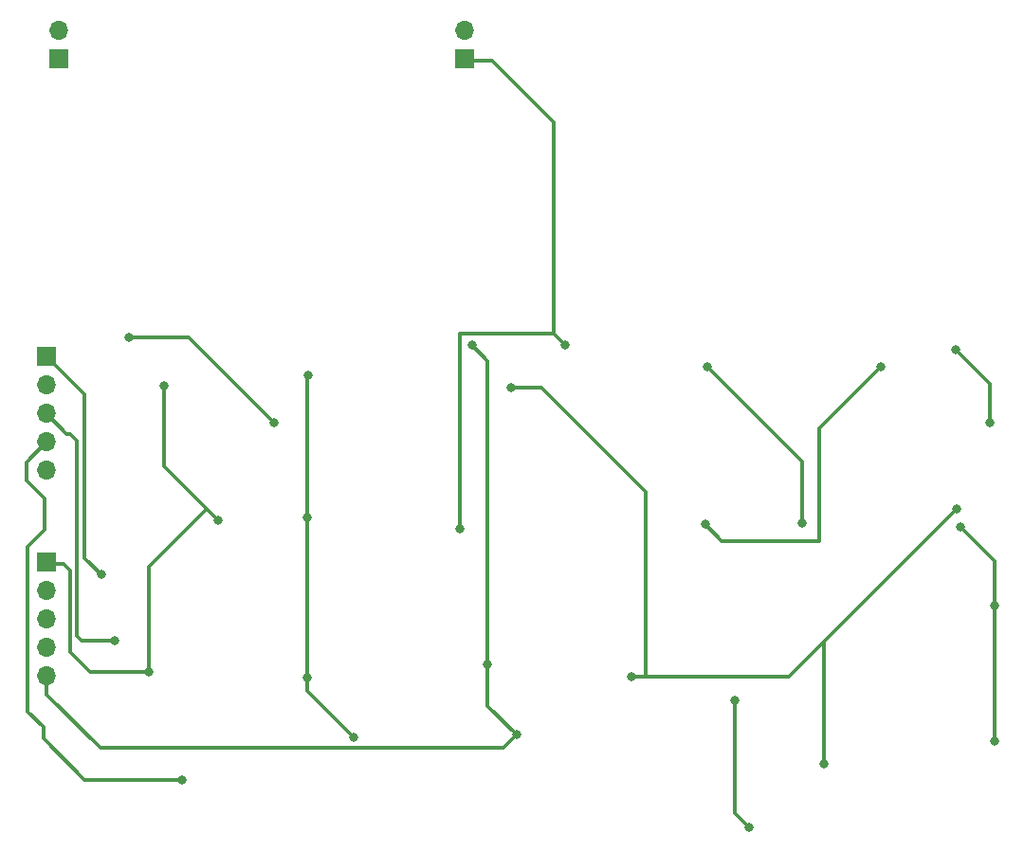
<source format=gbl>
G04 #@! TF.GenerationSoftware,KiCad,Pcbnew,(6.0.1)*
G04 #@! TF.CreationDate,2022-12-12T17:51:50+08:00*
G04 #@! TF.ProjectId,CRVisionController,43525669-7369-46f6-9e43-6f6e74726f6c,rev?*
G04 #@! TF.SameCoordinates,Original*
G04 #@! TF.FileFunction,Copper,L2,Bot*
G04 #@! TF.FilePolarity,Positive*
%FSLAX46Y46*%
G04 Gerber Fmt 4.6, Leading zero omitted, Abs format (unit mm)*
G04 Created by KiCad (PCBNEW (6.0.1)) date 2022-12-12 17:51:50*
%MOMM*%
%LPD*%
G01*
G04 APERTURE LIST*
G04 #@! TA.AperFunction,ComponentPad*
%ADD10R,1.700000X1.700000*%
G04 #@! TD*
G04 #@! TA.AperFunction,ComponentPad*
%ADD11O,1.700000X1.700000*%
G04 #@! TD*
G04 #@! TA.AperFunction,ViaPad*
%ADD12C,0.800000*%
G04 #@! TD*
G04 #@! TA.AperFunction,Conductor*
%ADD13C,0.350000*%
G04 #@! TD*
G04 APERTURE END LIST*
D10*
X92900000Y-62425000D03*
D11*
X92900000Y-64965000D03*
X92900000Y-67505000D03*
X92900000Y-70045000D03*
X92900000Y-72585000D03*
D10*
X130206000Y-35779000D03*
D11*
X130206000Y-33239000D03*
D10*
X94036000Y-35779000D03*
D11*
X94036000Y-33239000D03*
D10*
X92900000Y-80800000D03*
D11*
X92900000Y-83340000D03*
X92900000Y-85880000D03*
X92900000Y-88420000D03*
X92900000Y-90960000D03*
D12*
X108200000Y-77000000D03*
X102000000Y-90600000D03*
X103400000Y-65000000D03*
X129800000Y-77800000D03*
X139200000Y-61400000D03*
X154400000Y-93100000D03*
X155640000Y-104460000D03*
X105000000Y-100200000D03*
X120300000Y-96400000D03*
X116200000Y-91100000D03*
X167400000Y-63300000D03*
X151700000Y-77400000D03*
X116229615Y-64050011D03*
X116200000Y-76800000D03*
X151900000Y-63300000D03*
X132300000Y-89900000D03*
X160400000Y-77300000D03*
X130875489Y-61375489D03*
X134900000Y-96200000D03*
X174200000Y-76000000D03*
X145100000Y-91000000D03*
X162300000Y-98800000D03*
X174075489Y-61775489D03*
X134400000Y-65200000D03*
X177125489Y-68325489D03*
X177600000Y-96800000D03*
X174500000Y-77600000D03*
X177600000Y-84700000D03*
X113200000Y-68300000D03*
X100300000Y-60700000D03*
X99000000Y-87800000D03*
X97800000Y-81900000D03*
D13*
X138200000Y-41500000D02*
X132700000Y-36000000D01*
X96800000Y-90600000D02*
X102000000Y-90600000D01*
X103400000Y-72200000D02*
X103400000Y-65000000D01*
X102000000Y-81200000D02*
X102000000Y-90600000D01*
X107200000Y-76000000D02*
X102000000Y-81200000D01*
X92900000Y-80800000D02*
X93000000Y-80900000D01*
X138200000Y-60400000D02*
X139200000Y-61400000D01*
X130427000Y-36000000D02*
X130206000Y-35779000D01*
X95000000Y-88800000D02*
X96800000Y-90600000D01*
X132700000Y-36000000D02*
X130427000Y-36000000D01*
X107200000Y-76000000D02*
X103400000Y-72200000D01*
X95000000Y-81500000D02*
X95000000Y-88800000D01*
X129800000Y-60400000D02*
X138200000Y-60400000D01*
X108200000Y-77000000D02*
X107200000Y-76000000D01*
X94400000Y-80900000D02*
X95000000Y-81500000D01*
X93000000Y-80900000D02*
X94400000Y-80900000D01*
X129800000Y-77800000D02*
X129800000Y-60400000D01*
X138200000Y-60400000D02*
X138200000Y-41500000D01*
X92700000Y-77900000D02*
X92700000Y-75100000D01*
X91200000Y-94100000D02*
X91200000Y-79400000D01*
X92600000Y-95500000D02*
X91200000Y-94100000D01*
X92700000Y-75100000D02*
X91100000Y-73500000D01*
X96300000Y-100200000D02*
X92600000Y-96500000D01*
X105000000Y-100200000D02*
X96300000Y-100200000D01*
X91100000Y-73500000D02*
X91100000Y-71845000D01*
X91200000Y-79400000D02*
X92700000Y-77900000D01*
X154400000Y-93100000D02*
X154400000Y-103220000D01*
X154400000Y-103220000D02*
X155640000Y-104460000D01*
X92600000Y-96500000D02*
X92600000Y-95500000D01*
X91100000Y-71845000D02*
X92900000Y-70045000D01*
X116200000Y-76800000D02*
X116200000Y-64079626D01*
X116200000Y-64079626D02*
X116229615Y-64050011D01*
X153200000Y-78900000D02*
X151700000Y-77400000D01*
X161900000Y-78900000D02*
X153200000Y-78900000D01*
X161900000Y-68800000D02*
X161900000Y-78900000D01*
X167400000Y-63300000D02*
X161900000Y-68800000D01*
X116200000Y-92300000D02*
X116200000Y-91100000D01*
X116200000Y-91100000D02*
X116200000Y-76800000D01*
X120300000Y-96400000D02*
X116200000Y-92300000D01*
X160400000Y-71800000D02*
X151900000Y-63300000D01*
X132300000Y-93600000D02*
X132300000Y-89900000D01*
X97700000Y-97400000D02*
X133700000Y-97400000D01*
X132300000Y-89900000D02*
X132300000Y-62800000D01*
X134900000Y-96200000D02*
X132300000Y-93600000D01*
X132300000Y-62800000D02*
X130875489Y-61375489D01*
X133700000Y-97400000D02*
X134900000Y-96200000D01*
X92900000Y-92600000D02*
X97700000Y-97400000D01*
X92900000Y-90960000D02*
X92900000Y-92600000D01*
X160400000Y-77300000D02*
X160400000Y-71800000D01*
X177125489Y-68325489D02*
X177125489Y-64825489D01*
X159200000Y-91000000D02*
X146400000Y-91000000D01*
X164850000Y-85350000D02*
X159200000Y-91000000D01*
X146400000Y-74500000D02*
X137100000Y-65200000D01*
X146400000Y-91000000D02*
X145100000Y-91000000D01*
X146400000Y-91000000D02*
X146400000Y-74500000D01*
X174200000Y-76000000D02*
X164850000Y-85350000D01*
X162300000Y-87900000D02*
X162300000Y-98800000D01*
X137100000Y-65200000D02*
X134400000Y-65200000D01*
X177125489Y-64825489D02*
X174075489Y-61775489D01*
X164850000Y-85350000D02*
X162300000Y-87900000D01*
X113200000Y-68300000D02*
X106100000Y-61200000D01*
X177600000Y-96800000D02*
X177600000Y-84700000D01*
X105600000Y-60700000D02*
X100300000Y-60700000D01*
X106100000Y-61200000D02*
X105600000Y-60700000D01*
X177600000Y-84700000D02*
X177600000Y-80700000D01*
X177600000Y-80700000D02*
X174500000Y-77600000D01*
X95600000Y-69900000D02*
X95600000Y-87400000D01*
X96000000Y-87800000D02*
X99000000Y-87800000D01*
X95600000Y-87400000D02*
X96000000Y-87800000D01*
X94695000Y-69300000D02*
X95000000Y-69300000D01*
X92900000Y-67505000D02*
X94695000Y-69300000D01*
X95000000Y-69300000D02*
X95600000Y-69900000D01*
X92900000Y-62425000D02*
X92925000Y-62425000D01*
X92925000Y-62425000D02*
X96300000Y-65800000D01*
X96300000Y-80400000D02*
X97800000Y-81900000D01*
X96300000Y-65800000D02*
X96300000Y-80400000D01*
M02*

</source>
